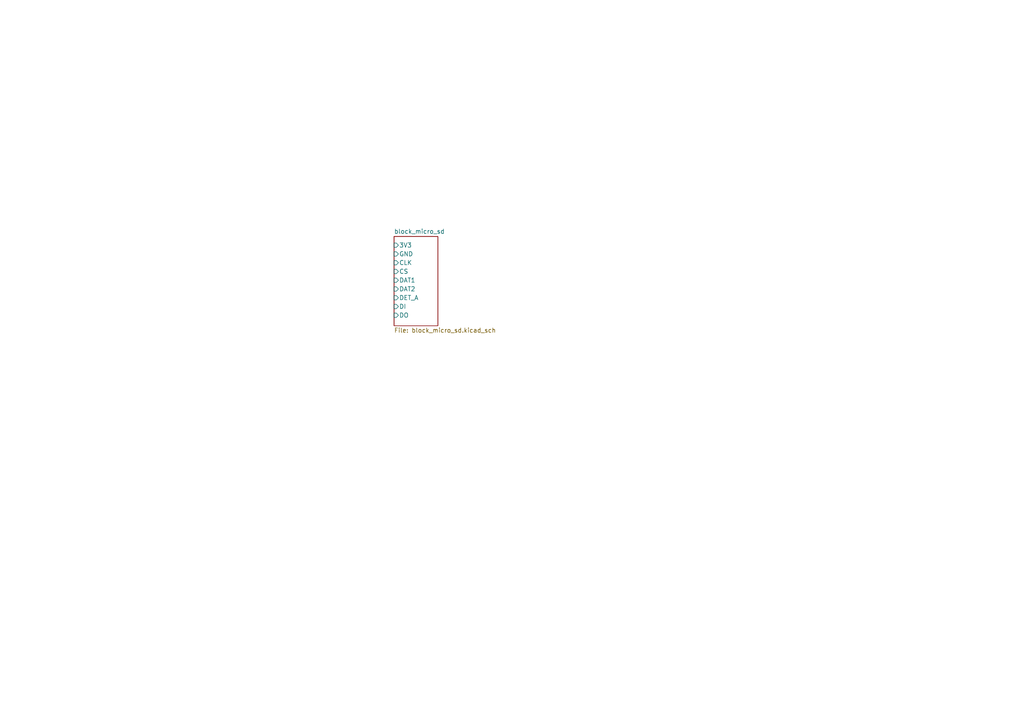
<source format=kicad_sch>
(kicad_sch
	(version 20250114)
	(generator "eeschema")
	(generator_version "9.0")
	(uuid "5ae75006-d816-483b-ae7d-dcb900c6de23")
	(paper "A4")
	(lib_symbols)
	(sheet
		(at 114.3 68.58)
		(size 12.7 25.908)
		(exclude_from_sim no)
		(in_bom yes)
		(on_board yes)
		(dnp no)
		(fields_autoplaced yes)
		(stroke
			(width 0.1524)
			(type solid)
		)
		(fill
			(color 0 0 0 0.0000)
		)
		(uuid "996a80d3-b554-43ea-a59b-3e94e266c42a")
		(property "Sheetname" "block_micro_sd"
			(at 114.3 67.8684 0)
			(effects
				(font
					(size 1.27 1.27)
				)
				(justify left bottom)
			)
		)
		(property "Sheetfile" "block_micro_sd.kicad_sch"
			(at 114.3 95.0726 0)
			(effects
				(font
					(size 1.27 1.27)
				)
				(justify left top)
			)
		)
		(pin "3V3" input
			(at 114.3 71.12 180)
			(uuid "2b0eeadd-bb06-4fe2-9744-5669e4fca7fa")
			(effects
				(font
					(size 1.27 1.27)
				)
				(justify left)
			)
		)
		(pin "CLK" input
			(at 114.3 76.2 180)
			(uuid "4ff0b322-73da-4177-a2f5-0493d0cbfc05")
			(effects
				(font
					(size 1.27 1.27)
				)
				(justify left)
			)
		)
		(pin "CS" input
			(at 114.3 78.74 180)
			(uuid "1bf51da6-e580-42ae-bb9e-4b7dbefddbdc")
			(effects
				(font
					(size 1.27 1.27)
				)
				(justify left)
			)
		)
		(pin "DAT1" input
			(at 114.3 81.28 180)
			(uuid "fa54866a-75be-4343-8d9c-801d946c4695")
			(effects
				(font
					(size 1.27 1.27)
				)
				(justify left)
			)
		)
		(pin "DAT2" input
			(at 114.3 83.82 180)
			(uuid "f448b557-ee89-4806-9fae-905501b50954")
			(effects
				(font
					(size 1.27 1.27)
				)
				(justify left)
			)
		)
		(pin "DET_A" input
			(at 114.3 86.36 180)
			(uuid "75fcd04e-09c9-496e-b2aa-f348b7841c00")
			(effects
				(font
					(size 1.27 1.27)
				)
				(justify left)
			)
		)
		(pin "DI" input
			(at 114.3 88.9 180)
			(uuid "d401f4f9-b1d9-495f-bea7-49e3ada60d29")
			(effects
				(font
					(size 1.27 1.27)
				)
				(justify left)
			)
		)
		(pin "DO" input
			(at 114.3 91.44 180)
			(uuid "8c83b357-d34e-4519-8237-c509f3d743f8")
			(effects
				(font
					(size 1.27 1.27)
				)
				(justify left)
			)
		)
		(pin "GND" input
			(at 114.3 73.66 180)
			(uuid "7bbd41fe-47fd-4f2c-b655-7922c8414412")
			(effects
				(font
					(size 1.27 1.27)
				)
				(justify left)
			)
		)
		(instances
			(project "micro_sd"
				(path "/5ae75006-d816-483b-ae7d-dcb900c6de23"
					(page "2")
				)
			)
		)
	)
	(sheet_instances
		(path "/"
			(page "1")
		)
	)
	(embedded_fonts no)
)

</source>
